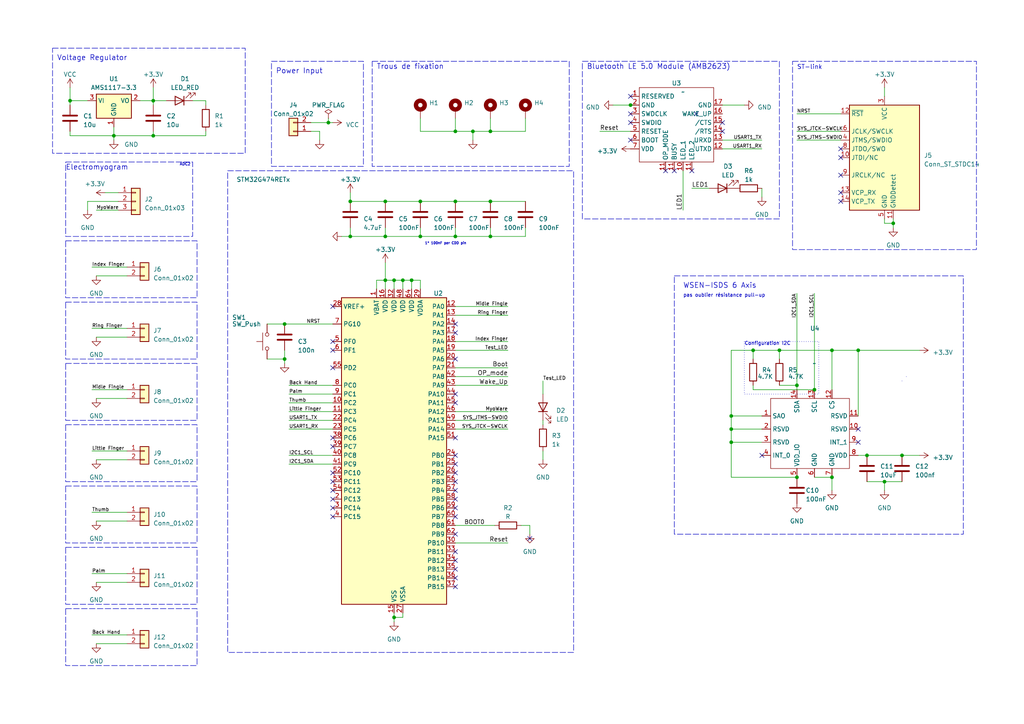
<source format=kicad_sch>
(kicad_sch (version 20230121) (generator eeschema)
  (paper "A4")
  (title_block (title "PCB haptic gloves") (rev "V1") (company "ENSEA"))
  (lib_symbols
    (symbol "Connector:Conn_ST_STDC14"
      (property "Reference" "J" (at -8.89 16.51 0))
      (property "Value" "Conn_ST_STDC14" (at 17.78 16.51 0))
      (symbol "Conn_ST_STDC14_0_1"
        (rectangle (start -10.16 15.24) (end 10.16 -15.24) (stroke (width 0.254)) (fill (type background)))
      )
      (symbol "Conn_ST_STDC14_1_1"
        (pin no_connect line (at -10.16 5.08 0) (length 2.54) hide (name "NC") (number "1"))
        (pin output line (at 12.7 0 180) (length 2.54) (name "JTDI/NC") (number "10"))
        (pin passive line (at -2.54 -17.78 90) (length 2.54) (name "GNDDetect") (number "11"))
        (pin open_collector line (at 12.7 12.7 180) (length 2.54) (name "~{RST}") (number "12"))
        (pin output line (at 12.7 -10.16 180) (length 2.54) (name "VCP_RX") (number "13"))
        (pin input line (at 12.7 -12.7 180) (length 2.54) (name "VCP_TX") (number "14"))
        (pin no_connect line (at -10.16 2.54 0) (length 2.54) hide (name "NC") (number "2"))
        (pin power_in line (at 0 17.78 270) (length 2.54) (name "VCC") (number "3"))
        (pin bidirectional line (at 12.7 5.08 180) (length 2.54) (name "JTMS/SWDIO") (number "4"))
        (pin power_in line (at 0 -17.78 90) (length 2.54) (name "GND") (number "5"))
        (pin output line (at 12.7 7.62 180) (length 2.54) (name "JCLK/SWCLK") (number "6"))
        (pin passive line (at 0 -17.78 90) (length 2.54) hide (name "GND") (number "7"))
        (pin input line (at 12.7 2.54 180) (length 2.54) (name "JTDO/SWO") (number "8"))
        (pin input line (at 12.7 -5.08 180) (length 2.54) (name "JRCLK/NC") (number "9"))
      )
    )
    (symbol "Connector_Generic:Conn_01x02" (pin_names (offset 1.016) hide)
      (property "Reference" "J" (at 0 2.54 0))
      (property "Value" "Conn_01x02" (at 0 -5.08 0))
      (symbol "Conn_01x02_1_1"
        (rectangle (start -1.27 -2.413) (end 0 -2.667) (stroke (width 0.1524)))
        (rectangle (start -1.27 0.127) (end 0 -0.127) (stroke (width 0.1524)))
        (rectangle (start -1.27 1.27) (end 1.27 -3.81) (stroke (width 0.254)) (fill (type background)))
        (pin passive line (at -5.08 0 0) (length 3.81) (name "Pin_1") (number "1"))
        (pin passive line (at -5.08 -2.54 0) (length 3.81) (name "Pin_2") (number "2"))
      )
    )
    (symbol "Connector_Generic:Conn_01x03" (pin_names (offset 1.016) hide)
      (property "Reference" "J" (at 0 5.08 0))
      (property "Value" "Conn_01x03" (at 0 -5.08 0))
      (symbol "Conn_01x03_1_1"
        (rectangle (start -1.27 -2.413) (end 0 -2.667) (stroke (width 0.1524)))
        (rectangle (start -1.27 0.127) (end 0 -0.127) (stroke (width 0.1524)))
        (rectangle (start -1.27 2.667) (end 0 2.413) (stroke (width 0.1524)))
        (rectangle (start -1.27 3.81) (end 1.27 -3.81) (stroke (width 0.254)) (fill (type background)))
        (pin passive line (at -5.08 2.54 0) (length 3.81) (name "Pin_1") (number "1"))
        (pin passive line (at -5.08 0 0) (length 3.81) (name "Pin_2") (number "2"))
        (pin passive line (at -5.08 -2.54 0) (length 3.81) (name "Pin_3") (number "3"))
      )
    )
    (symbol "Device:C" (pin_numbers hide) (pin_names (offset 0.254))
      (property "Reference" "C" (at 0.635 2.54 0))
      (property "Value" "C" (at 0.635 -2.54 0))
      (symbol "C_0_1"
        (polyline (pts (xy -2.032 -0.762) (xy 2.032 -0.762)) (stroke (width 0.508)))
        (polyline (pts (xy -2.032 0.762) (xy 2.032 0.762)) (stroke (width 0.508)))
      )
      (symbol "C_1_1"
        (pin passive line (at 0 3.81 270) (length 2.794) (name "~") (number "1"))
        (pin passive line (at 0 -3.81 90) (length 2.794) (name "~") (number "2"))
      )
    )
    (symbol "Device:LED" (pin_numbers hide) (pin_names (offset 1.016) hide)
      (property "Reference" "D" (at 0 2.54 0))
      (property "Value" "LED" (at 0 -2.54 0))
      (symbol "LED_0_1"
        (polyline (pts (xy -1.27 -1.27) (xy -1.27 1.27)) (stroke (width 0.254)))
        (polyline (pts (xy -1.27 0) (xy 1.27 0)))
        (polyline (pts (xy 1.27 -1.27) (xy 1.27 1.27) (xy -1.27 0) (xy 1.27 -1.27)) (stroke (width 0.254)))
        (polyline (pts (xy -3.048 -0.762) (xy -4.572 -2.286) (xy -3.81 -2.286) (xy -4.572 -2.286) (xy -4.572 -1.524)))
        (polyline (pts (xy -1.778 -0.762) (xy -3.302 -2.286) (xy -2.54 -2.286) (xy -3.302 -2.286) (xy -3.302 -1.524)))
      )
      (symbol "LED_1_1"
        (pin passive line (at -3.81 0 0) (length 2.54) (name "K") (number "1"))
        (pin passive line (at 3.81 0 180) (length 2.54) (name "A") (number "2"))
      )
    )
    (symbol "Device:R" (pin_numbers hide) (pin_names (offset 0))
      (property "Reference" "R" (at 2.032 0 90))
      (property "Value" "R" (at 0 0 90))
      (symbol "R_0_1"
        (rectangle (start -1.016 -2.54) (end 1.016 2.54) (stroke (width 0.254)))
      )
      (symbol "R_1_1"
        (pin passive line (at 0 3.81 270) (length 1.27) (name "~") (number "1"))
        (pin passive line (at 0 -3.81 90) (length 1.27) (name "~") (number "2"))
      )
    )
    (symbol "MCU_ST_STM32G4:STM32G474RETx"
      (property "Reference" "U" (at -15.24 46.99 0))
      (property "Value" "STM32G474RETx" (at 10.16 46.99 0))
      (symbol "STM32G474RETx_0_1"
        (rectangle (start -15.24 -43.18) (end 15.24 45.72) (stroke (width 0.254)) (fill (type background)))
      )
      (symbol "STM32G474RETx_1_1"
        (pin power_in line (at -5.08 48.26 270) (length 2.54) (name "VBAT") (number "1"))
        (pin bidirectional line (at -17.78 15.24 0) (length 2.54) (name "PC2") (number "10"))
        (pin bidirectional line (at -17.78 12.7 0) (length 2.54) (name "PC3") (number "11"))
        (pin bidirectional line (at 17.78 43.18 180) (length 2.54) (name "PA0") (number "12"))
        (pin bidirectional line (at 17.78 40.64 180) (length 2.54) (name "PA1") (number "13"))
        (pin bidirectional line (at 17.78 38.1 180) (length 2.54) (name "PA2") (number "14"))
        (pin power_in line (at 0 -45.72 90) (length 2.54) (name "VSS") (number "15"))
        (pin power_in line (at -2.54 48.26 270) (length 2.54) (name "VDD") (number "16"))
        (pin bidirectional line (at 17.78 35.56 180) (length 2.54) (name "PA3") (number "17"))
        (pin bidirectional line (at 17.78 33.02 180) (length 2.54) (name "PA4") (number "18"))
        (pin bidirectional line (at 17.78 30.48 180) (length 2.54) (name "PA5") (number "19"))
        (pin bidirectional line (at -17.78 -12.7 0) (length 2.54) (name "PC13") (number "2"))
        (pin bidirectional line (at 17.78 27.94 180) (length 2.54) (name "PA6") (number "20"))
        (pin bidirectional line (at 17.78 25.4 180) (length 2.54) (name "PA7") (number "21"))
        (pin bidirectional line (at -17.78 10.16 0) (length 2.54) (name "PC4") (number "22"))
        (pin bidirectional line (at -17.78 7.62 0) (length 2.54) (name "PC5") (number "23"))
        (pin bidirectional line (at 17.78 0 180) (length 2.54) (name "PB0") (number "24"))
        (pin bidirectional line (at 17.78 -2.54 180) (length 2.54) (name "PB1") (number "25"))
        (pin bidirectional line (at 17.78 -5.08 180) (length 2.54) (name "PB2") (number "26"))
        (pin power_in line (at 2.54 -45.72 90) (length 2.54) (name "VSSA") (number "27"))
        (pin input line (at -17.78 43.18 0) (length 2.54) (name "VREF+") (number "28"))
        (pin power_in line (at 7.62 48.26 270) (length 2.54) (name "VDDA") (number "29"))
        (pin bidirectional line (at -17.78 -15.24 0) (length 2.54) (name "PC14") (number "3"))
        (pin bidirectional line (at 17.78 -25.4 180) (length 2.54) (name "PB10") (number "30"))
        (pin passive line (at 0 -45.72 90) (length 2.54) hide (name "VSS") (number "31"))
        (pin power_in line (at 0 48.26 270) (length 2.54) (name "VDD") (number "32"))
        (pin bidirectional line (at 17.78 -27.94 180) (length 2.54) (name "PB11") (number "33"))
        (pin bidirectional line (at 17.78 -30.48 180) (length 2.54) (name "PB12") (number "34"))
        (pin bidirectional line (at 17.78 -33.02 180) (length 2.54) (name "PB13") (number "35"))
        (pin bidirectional line (at 17.78 -35.56 180) (length 2.54) (name "PB14") (number "36"))
        (pin bidirectional line (at 17.78 -38.1 180) (length 2.54) (name "PB15") (number "37"))
        (pin bidirectional line (at -17.78 5.08 0) (length 2.54) (name "PC6") (number "38"))
        (pin bidirectional line (at -17.78 2.54 0) (length 2.54) (name "PC7") (number "39"))
        (pin bidirectional line (at -17.78 -17.78 0) (length 2.54) (name "PC15") (number "4"))
        (pin bidirectional line (at -17.78 0 0) (length 2.54) (name "PC8") (number "40"))
        (pin bidirectional line (at -17.78 -2.54 0) (length 2.54) (name "PC9") (number "41"))
        (pin bidirectional line (at 17.78 22.86 180) (length 2.54) (name "PA8") (number "42"))
        (pin bidirectional line (at 17.78 20.32 180) (length 2.54) (name "PA9") (number "43"))
        (pin bidirectional line (at 17.78 17.78 180) (length 2.54) (name "PA10") (number "44"))
        (pin bidirectional line (at 17.78 15.24 180) (length 2.54) (name "PA11") (number "45"))
        (pin bidirectional line (at 17.78 12.7 180) (length 2.54) (name "PA12") (number "46"))
        (pin passive line (at 0 -45.72 90) (length 2.54) hide (name "VSS") (number "47"))
        (pin power_in line (at 2.54 48.26 270) (length 2.54) (name "VDD") (number "48"))
        (pin bidirectional line (at 17.78 10.16 180) (length 2.54) (name "PA13") (number "49"))
        (pin bidirectional line (at -17.78 33.02 0) (length 2.54) (name "PF0") (number "5"))
        (pin bidirectional line (at 17.78 7.62 180) (length 2.54) (name "PA14") (number "50"))
        (pin bidirectional line (at 17.78 5.08 180) (length 2.54) (name "PA15") (number "51"))
        (pin bidirectional line (at -17.78 -5.08 0) (length 2.54) (name "PC10") (number "52"))
        (pin bidirectional line (at -17.78 -7.62 0) (length 2.54) (name "PC11") (number "53"))
        (pin bidirectional line (at -17.78 -10.16 0) (length 2.54) (name "PC12") (number "54"))
        (pin bidirectional line (at -17.78 25.4 0) (length 2.54) (name "PD2") (number "55"))
        (pin bidirectional line (at 17.78 -7.62 180) (length 2.54) (name "PB3") (number "56"))
        (pin bidirectional line (at 17.78 -10.16 180) (length 2.54) (name "PB4") (number "57"))
        (pin bidirectional line (at 17.78 -12.7 180) (length 2.54) (name "PB5") (number "58"))
        (pin bidirectional line (at 17.78 -15.24 180) (length 2.54) (name "PB6") (number "59"))
        (pin bidirectional line (at -17.78 30.48 0) (length 2.54) (name "PF1") (number "6"))
        (pin bidirectional line (at 17.78 -17.78 180) (length 2.54) (name "PB7") (number "60"))
        (pin bidirectional line (at 17.78 -20.32 180) (length 2.54) (name "PB8") (number "61"))
        (pin bidirectional line (at 17.78 -22.86 180) (length 2.54) (name "PB9") (number "62"))
        (pin passive line (at 0 -45.72 90) (length 2.54) hide (name "VSS") (number "63"))
        (pin power_in line (at 5.08 48.26 270) (length 2.54) (name "VDD") (number "64"))
        (pin bidirectional line (at -17.78 38.1 0) (length 2.54) (name "PG10") (number "7"))
        (pin bidirectional line (at -17.78 20.32 0) (length 2.54) (name "PC0") (number "8"))
        (pin bidirectional line (at -17.78 17.78 0) (length 2.54) (name "PC1") (number "9"))
      )
    )
    (symbol "Mechanical:MountingHole_Pad" (pin_numbers hide) (pin_names (offset 1.016) hide)
      (property "Reference" "H" (at 0 6.35 0))
      (property "Value" "MountingHole_Pad" (at 0 4.445 0))
      (symbol "MountingHole_Pad_0_1"
        (circle (center 0 1.27) (radius 1.27) (stroke (width 1.27)))
      )
      (symbol "MountingHole_Pad_1_1"
        (pin input line (at 0 -2.54 90) (length 2.54) (name "1") (number "1"))
      )
    )
    (symbol "Mes_symboles:IMU_projet"
      (property "Reference" "U4" (at -1.27 10.16 0))
      (property "Value" "~" (at 0 0 0))
      (symbol "IMU_projet_0_1"
        (rectangle (start -12.7 -10.16) (end 10.16 -30.48))
      )
      (symbol "IMU_projet_1_1"
        (pin input line (at -15.24 -15.24 0) (length 2.54) (name "SAO") (number "1"))
        (pin input line (at 12.7 -19.05 180) (length 2.54) (name "RSVD") (number "10"))
        (pin input line (at 12.7 -15.24 180) (length 2.54) (name "RSVD") (number "11"))
        (pin input line (at 5.08 -7.62 270) (length 2.54) (name "CS") (number "12"))
        (pin input line (at 0 -7.62 270) (length 2.54) (name "SCL") (number "13"))
        (pin input line (at -5.08 -7.62 270) (length 2.54) (name "SDA") (number "14"))
        (pin input line (at -15.24 -19.05 0) (length 2.54) (name "RSVD") (number "2"))
        (pin input line (at -15.24 -22.86 0) (length 2.54) (name "RSVD") (number "3"))
        (pin input line (at -15.24 -26.67 0) (length 2.54) (name "INT_0") (number "4"))
        (pin input line (at -5.08 -33.02 90) (length 2.54) (name "VDD_IO") (number "5"))
        (pin input line (at 0 -33.02 90) (length 2.54) (name "GND") (number "6"))
        (pin input line (at 5.08 -33.02 90) (length 2.54) (name "GND") (number "7"))
        (pin input line (at 12.7 -26.67 180) (length 2.54) (name "VDD") (number "8"))
        (pin input line (at 12.7 -22.86 180) (length 2.54) (name "INT_1") (number "9"))
      )
    )
    (symbol "Mes_symboles:Proteus_2"
      (property "Reference" "U" (at 0 3.81 0))
      (symbol "Proteus_2_0_1"
        (rectangle (start -11.43 0) (end 10.16 -21.59))
      )
      (symbol "Proteus_2_1_1"
        (pin input line (at -13.97 -2.54 0) (length 2.54) (name "RESERVED") (number "1"))
        (pin input line (at 1.27 -24.13 90) (length 2.54) (name "LED_1") (number "10"))
        (pin input line (at -1.27 -24.13 90) (length 2.54) (name "BUSY") (number "11"))
        (pin input line (at 3.81 -24.13 90) (length 2.54) (name "LED_2") (number "11"))
        (pin input line (at -3.81 -24.13 90) (length 2.54) (name "OP_MODE") (number "11"))
        (pin input line (at 12.7 -17.78 180) (length 2.54) (name "UTXD") (number "12"))
        (pin input line (at 12.7 -15.24 180) (length 2.54) (name "URXD") (number "13"))
        (pin input line (at 12.7 -12.7 180) (length 2.54) (name "/RTS") (number "14"))
        (pin input line (at 12.7 -10.16 180) (length 2.54) (name "/CTS") (number "15"))
        (pin input line (at 12.7 -7.62 180) (length 2.54) (name "WAKE_UP") (number "16"))
        (pin input line (at 12.7 -5.08 180) (length 2.54) (name "GND") (number "17"))
        (pin input line (at -13.97 -5.08 0) (length 2.54) (name "GND") (number "2"))
        (pin input line (at -13.97 -7.62 0) (length 2.54) (name "SWDCLK") (number "3"))
        (pin input line (at -13.97 -10.16 0) (length 2.54) (name "SWDIO") (number "4"))
        (pin input line (at -13.97 -12.7 0) (length 2.54) (name "RESET") (number "5"))
        (pin input line (at -13.97 -15.24 0) (length 2.54) (name "BOOT") (number "6"))
        (pin input line (at -13.97 -17.78 0) (length 2.54) (name "VDD") (number "7"))
      )
    )
    (symbol "Regulator_Linear:AMS1117-3.3"
      (property "Reference" "U" (at -3.81 3.175 0))
      (property "Value" "AMS1117-3.3" (at 0 3.175 0))
      (symbol "AMS1117-3.3_0_1"
        (rectangle (start -5.08 -5.08) (end 5.08 1.905) (stroke (width 0.254)) (fill (type background)))
      )
      (symbol "AMS1117-3.3_1_1"
        (pin power_in line (at 0 -7.62 90) (length 2.54) (name "GND") (number "1"))
        (pin power_out line (at 7.62 0 180) (length 2.54) (name "VO") (number "2"))
        (pin power_in line (at -7.62 0 0) (length 2.54) (name "VI") (number "3"))
      )
    )
    (symbol "Switch:SW_Push" (pin_numbers hide) (pin_names (offset 1.016) hide)
      (property "Reference" "SW" (at 1.27 2.54 0))
      (property "Value" "SW_Push" (at 0 -1.524 0))
      (symbol "SW_Push_0_1"
        (circle (center -2.032 0) (radius 0.508))
        (polyline (pts (xy 0 1.27) (xy 0 3.048)))
        (polyline (pts (xy 2.54 1.27) (xy -2.54 1.27)))
        (circle (center 2.032 0) (radius 0.508))
        (pin passive line (at -5.08 0 0) (length 2.54) (name "1") (number "1"))
        (pin passive line (at 5.08 0 180) (length 2.54) (name "2") (number "2"))
      )
    )
    (symbol "power:+3.3V" (power) (pin_names (offset 0))
      (property "Value" "+3.3V" (at 0 3.556 0))
      (symbol "+3.3V_0_1"
        (polyline (pts (xy -0.762 1.27) (xy 0 2.54)))
        (polyline (pts (xy 0 0) (xy 0 2.54)))
        (polyline (pts (xy 0 2.54) (xy 0.762 1.27)))
      )
      (symbol "+3.3V_1_1"
        (pin power_in line (at 0 0 90) (length 0) hide (name "+3.3V") (number "1"))
      )
    )
    (symbol "power:GND" (power) (pin_names (offset 0))
      (property "Value" "GND" (at 0 -3.81 0))
      (symbol "GND_0_1"
        (polyline (pts (xy 0 0) (xy 0 -1.27) (xy 1.27 -1.27) (xy 0 -2.54) (xy -1.27 -1.27) (xy 0 -1.27)))
      )
      (symbol "GND_1_1"
        (pin power_in line (at 0 0 270) (length 0) hide (name "GND") (number "1"))
      )
    )
    (symbol "power:PWR_FLAG" (power) (pin_numbers hide) (pin_names (offset 0) hide)
      (property "Value" "PWR_FLAG" (at 0 3.81 0))
      (symbol "PWR_FLAG_0_0"
        (pin power_out line (at 0 0 90) (length 0) (name "pwr") (number "1"))
      )
      (symbol "PWR_FLAG_0_1"
        (polyline (pts (xy 0 0) (xy 0 1.27) (xy -1.016 1.905) (xy 0 2.54) (xy 1.016 1.905) (xy 0 1.27)))
      )
    )
    (symbol "power:VCC" (power) (pin_names (offset 0))
      (property "Value" "VCC" (at 0 3.81 0))
      (symbol "VCC_0_1"
        (polyline (pts (xy -0.762 1.27) (xy 0 2.54)))
        (polyline (pts (xy 0 0) (xy 0 2.54)))
        (polyline (pts (xy 0 2.54) (xy 0.762 1.27)))
      )
      (symbol "VCC_1_1"
        (pin power_in line (at 0 0 90) (length 0) hide (name "VCC") (number "1"))
      )
    )
  )
  (junction (at 20.32 29.21))
  (junction (at 142.24 38.1))
  (junction (at 218.44 101.6))
  (junction (at 261.62 132.08))
  (junction (at 241.3 138.43))
  (junction (at 82.55 93.98))
  (junction (at 251.46 132.08))
  (junction (at 132.08 68.58))
  (junction (at 248.92 101.6))
  (junction (at 241.3 101.6))
  (junction (at 44.45 39.37))
  (junction (at 111.76 58.42))
  (junction (at 259.08 64.77))
  (junction (at 101.6 58.42))
  (junction (at 142.24 58.42))
  (junction (at 95.25 35.56))
  (junction (at 132.08 58.42))
  (junction (at 212.09 128.27))
  (junction (at 142.24 68.58))
  (junction (at 212.09 120.65))
  (junction (at 256.54 139.7))
  (junction (at 226.06 101.6))
  (junction (at 33.02 39.37))
  (junction (at 212.09 124.46))
  (junction (at 236.22 113.03))
  (junction (at 111.76 81.28))
  (junction (at 114.3 179.07))
  (junction (at 182.88 30.48))
  (junction (at 121.92 68.58))
  (junction (at 101.6 68.58))
  (junction (at 116.84 81.28))
  (junction (at 44.45 29.21))
  (junction (at 82.55 104.14))
  (junction (at 121.92 58.42))
  (junction (at 137.16 38.1))
  (junction (at 231.14 138.43))
  (junction (at 231.14 111.76))
  (junction (at 111.76 68.58))
  (junction (at 119.38 81.28))
  (junction (at 114.3 81.28))
  (junction (at 132.08 38.1))
  (no_connect (at 132.08 142.24))
  (no_connect (at 132.08 127))
  (no_connect (at 243.84 45.72))
  (no_connect (at 96.52 147.32))
  (no_connect (at 96.52 127))
  (no_connect (at 220.98 132.08))
  (no_connect (at 195.58 49.53))
  (no_connect (at 132.08 154.94))
  (no_connect (at 132.08 137.16))
  (no_connect (at 358.14 33.02))
  (no_connect (at 182.88 40.64))
  (no_connect (at 132.08 160.02))
  (no_connect (at 132.08 149.86))
  (no_connect (at 96.52 142.24))
  (no_connect (at 132.08 139.7))
  (no_connect (at 193.04 49.53))
  (no_connect (at 132.08 104.14))
  (no_connect (at 182.88 33.02))
  (no_connect (at 132.08 162.56))
  (no_connect (at 96.52 144.78))
  (no_connect (at 243.84 55.88))
  (no_connect (at 132.08 114.3))
  (no_connect (at 132.08 134.62))
  (no_connect (at 132.08 170.18))
  (no_connect (at 96.52 106.68))
  (no_connect (at 182.88 27.94))
  (no_connect (at 96.52 139.7))
  (no_connect (at 200.66 49.53))
  (no_connect (at 96.52 99.06))
  (no_connect (at 132.08 116.84))
  (no_connect (at 153.67 156.21))
  (no_connect (at 132.08 96.52))
  (no_connect (at 132.08 144.78))
  (no_connect (at 209.55 35.56))
  (no_connect (at 132.08 165.1))
  (no_connect (at 132.08 93.98))
  (no_connect (at 132.08 147.32))
  (no_connect (at 132.08 167.64))
  (no_connect (at 209.55 38.1))
  (no_connect (at 243.84 58.42))
  (no_connect (at 96.52 88.9))
  (no_connect (at 243.84 50.8))
  (no_connect (at 96.52 137.16))
  (no_connect (at 96.52 129.54))
  (no_connect (at 182.88 35.56))
  (no_connect (at 96.52 149.86))
  (no_connect (at 248.92 128.27))
  (no_connect (at 248.92 124.46))
  (no_connect (at 132.08 132.08))
  (no_connect (at 243.84 43.18))
  (no_connect (at 201.93 33.02))
  (no_connect (at 96.52 101.6))
  (wire (pts (xy 177.8 30.48) (xy 182.88 30.48)))
  (wire (pts (xy 157.48 110.49) (xy 157.48 114.3)))
  (wire (pts (xy 59.69 29.21) (xy 59.69 30.48)))
  (wire (pts (xy 33.02 39.37) (xy 33.02 40.64)))
  (wire (pts (xy 121.92 68.58) (xy 111.76 68.58)))
  (wire (pts (xy 132.08 68.58) (xy 121.92 68.58)))
  (wire (pts (xy 82.55 104.14) (xy 77.47 104.14)))
  (wire (pts (xy 116.84 81.28) (xy 114.3 81.28)))
  (wire (pts (xy 111.76 68.58) (xy 101.6 68.58)))
  (wire (pts (xy 132.08 66.04) (xy 132.08 68.58)))
  (wire (pts (xy 137.16 38.1) (xy 137.16 40.64)))
  (wire (pts (xy 173.99 38.1) (xy 182.88 38.1)))
  (wire (pts (xy 231.14 40.64) (xy 243.84 40.64)))
  (wire (pts (xy 27.94 133.35) (xy 36.83 133.35)))
  (wire (pts (xy 231.14 113.03) (xy 231.14 111.76)))
  (wire (pts (xy 26.67 77.47) (xy 36.83 77.47)))
  (wire (pts (xy 116.84 179.07) (xy 114.3 179.07)))
  (wire (pts (xy 27.94 168.91) (xy 36.83 168.91)))
  (wire (pts (xy 121.92 38.1) (xy 132.08 38.1)))
  (wire (pts (xy 256.54 142.24) (xy 256.54 139.7)))
  (wire (pts (xy 200.66 54.61) (xy 205.74 54.61)))
  (wire (pts (xy 231.14 138.43) (xy 212.09 138.43)))
  (wire (pts (xy 121.92 34.29) (xy 121.92 38.1)))
  (wire (pts (xy 20.32 25.4) (xy 20.32 29.21)))
  (wire (pts (xy 142.24 38.1) (xy 152.4 38.1)))
  (wire (pts (xy 27.94 80.01) (xy 36.83 80.01)))
  (wire (pts (xy 83.82 121.92) (xy 96.52 121.92)))
  (wire (pts (xy 109.22 83.82) (xy 109.22 81.28)))
  (wire (pts (xy 142.24 66.04) (xy 142.24 68.58)))
  (wire (pts (xy 241.3 142.24) (xy 241.3 138.43)))
  (wire (pts (xy 95.25 35.56) (xy 96.52 35.56)))
  (wire (pts (xy 218.44 113.03) (xy 236.22 113.03)))
  (wire (pts (xy 231.14 33.02) (xy 243.84 33.02)))
  (wire (pts (xy 26.67 184.15) (xy 36.83 184.15)))
  (wire (pts (xy 248.92 101.6) (xy 241.3 101.6)))
  (wire (pts (xy 82.55 104.14) (xy 82.55 105.41)))
  (wire (pts (xy 153.67 152.4) (xy 151.13 152.4)))
  (wire (pts (xy 114.3 81.28) (xy 114.3 83.82)))
  (wire (pts (xy 119.38 81.28) (xy 116.84 81.28)))
  (wire (pts (xy 114.3 81.28) (xy 111.76 81.28)))
  (wire (pts (xy 25.4 29.21) (xy 20.32 29.21)))
  (wire (pts (xy 212.09 128.27) (xy 212.09 124.46)))
  (wire (pts (xy 109.22 81.28) (xy 111.76 81.28)))
  (wire (pts (xy 111.76 58.42) (xy 121.92 58.42)))
  (wire (pts (xy 212.09 124.46) (xy 212.09 120.65)))
  (wire (pts (xy 26.67 113.03) (xy 36.83 113.03)))
  (wire (pts (xy 111.76 81.28) (xy 111.76 76.2)))
  (wire (pts (xy 111.76 66.04) (xy 111.76 68.58)))
  (wire (pts (xy 157.48 121.92) (xy 157.48 123.19)))
  (wire (pts (xy 27.94 97.79) (xy 36.83 97.79)))
  (wire (pts (xy 256.54 64.77) (xy 259.08 64.77)))
  (wire (pts (xy 44.45 29.21) (xy 44.45 30.48)))
  (wire (pts (xy 116.84 81.28) (xy 116.84 83.82)))
  (wire (pts (xy 101.6 66.04) (xy 101.6 68.58)))
  (wire (pts (xy 231.14 85.09) (xy 231.14 111.76)))
  (wire (pts (xy 83.82 111.76) (xy 96.52 111.76)))
  (wire (pts (xy 209.55 43.18) (xy 220.98 43.18)))
  (wire (pts (xy 132.08 157.48) (xy 147.32 157.48)))
  (wire (pts (xy 132.08 58.42) (xy 142.24 58.42)))
  (wire (pts (xy 256.54 25.4) (xy 256.54 27.94)))
  (wire (pts (xy 114.3 179.07) (xy 114.3 180.34)))
  (wire (pts (xy 153.67 154.94) (xy 153.67 152.4)))
  (wire (pts (xy 261.62 132.08) (xy 251.46 132.08)))
  (wire (pts (xy 231.14 38.1) (xy 243.84 38.1)))
  (wire (pts (xy 82.55 101.6) (xy 82.55 104.14)))
  (wire (pts (xy 248.92 132.08) (xy 251.46 132.08)))
  (wire (pts (xy 83.82 124.46) (xy 96.52 124.46)))
  (wire (pts (xy 30.48 55.88) (xy 34.29 55.88)))
  (wire (pts (xy 266.7 101.6) (xy 248.92 101.6)))
  (wire (pts (xy 20.32 29.21) (xy 20.32 30.48)))
  (wire (pts (xy 259.08 64.77) (xy 259.08 66.04)))
  (wire (pts (xy 248.92 120.65) (xy 248.92 101.6)))
  (wire (pts (xy 101.6 58.42) (xy 111.76 58.42)))
  (wire (pts (xy 184.15 30.48) (xy 182.88 30.48)))
  (wire (pts (xy 33.02 39.37) (xy 44.45 39.37)))
  (wire (pts (xy 132.08 88.9) (xy 147.32 88.9)))
  (wire (pts (xy 27.94 151.13) (xy 36.83 151.13)))
  (wire (pts (xy 259.08 63.5) (xy 259.08 64.77)))
  (wire (pts (xy 111.76 81.28) (xy 111.76 83.82)))
  (wire (pts (xy 27.94 115.57) (xy 36.83 115.57)))
  (wire (pts (xy 142.24 58.42) (xy 152.4 58.42)))
  (wire (pts (xy 209.55 30.48) (xy 215.9 30.48)))
  (wire (pts (xy 55.88 29.21) (xy 59.69 29.21)))
  (wire (pts (xy 90.17 38.1) (xy 92.71 38.1)))
  (wire (pts (xy 132.08 119.38) (xy 147.32 119.38)))
  (wire (pts (xy 152.4 66.04) (xy 152.4 68.58)))
  (wire (pts (xy 220.98 124.46) (xy 212.09 124.46)))
  (wire (pts (xy 121.92 81.28) (xy 119.38 81.28)))
  (wire (pts (xy 198.12 49.53) (xy 198.12 60.96)))
  (wire (pts (xy 261.62 132.08) (xy 266.7 132.08)))
  (wire (pts (xy 152.4 34.29) (xy 152.4 38.1)))
  (wire (pts (xy 241.3 101.6) (xy 226.06 101.6)))
  (wire (pts (xy 209.55 40.64) (xy 220.98 40.64)))
  (wire (pts (xy 90.17 35.56) (xy 95.25 35.56)))
  (wire (pts (xy 121.92 58.42) (xy 132.08 58.42)))
  (wire (pts (xy 114.3 177.8) (xy 114.3 179.07)))
  (wire (pts (xy 212.09 138.43) (xy 212.09 128.27)))
  (wire (pts (xy 132.08 99.06) (xy 147.32 99.06)))
  (wire (pts (xy 142.24 34.29) (xy 142.24 38.1)))
  (wire (pts (xy 77.47 93.98) (xy 82.55 93.98)))
  (wire (pts (xy 132.08 124.46) (xy 147.32 124.46)))
  (wire (pts (xy 132.08 34.29) (xy 132.08 38.1)))
  (wire (pts (xy 220.98 120.65) (xy 212.09 120.65)))
  (wire (pts (xy 121.92 66.04) (xy 121.92 68.58)))
  (wire (pts (xy 27.94 186.69) (xy 36.83 186.69)))
  (wire (pts (xy 256.54 63.5) (xy 256.54 64.77)))
  (wire (pts (xy 25.4 58.42) (xy 34.29 58.42)))
  (wire (pts (xy 83.82 119.38) (xy 96.52 119.38)))
  (wire (pts (xy 241.3 113.03) (xy 241.3 101.6)))
  (wire (pts (xy 236.22 138.43) (xy 241.3 138.43)))
  (wire (pts (xy 44.45 29.21) (xy 48.26 29.21)))
  (wire (pts (xy 83.82 134.62) (xy 96.52 134.62)))
  (wire (pts (xy 27.94 60.96) (xy 34.29 60.96)))
  (wire (pts (xy 142.24 68.58) (xy 132.08 68.58)))
  (wire (pts (xy 119.38 81.28) (xy 119.38 83.82)))
  (wire (pts (xy 132.08 121.92) (xy 147.32 121.92)))
  (wire (pts (xy 218.44 101.6) (xy 218.44 104.14)))
  (wire (pts (xy 152.4 68.58) (xy 142.24 68.58)))
  (wire (pts (xy 44.45 38.1) (xy 44.45 39.37)))
  (wire (pts (xy 157.48 130.81) (xy 157.48 133.35)))
  (wire (pts (xy 82.55 93.98) (xy 96.52 93.98)))
  (wire (pts (xy 220.98 128.27) (xy 212.09 128.27)))
  (wire (pts (xy 121.92 83.82) (xy 121.92 81.28)))
  (wire (pts (xy 226.06 101.6) (xy 218.44 101.6)))
  (wire (pts (xy 83.82 114.3) (xy 96.52 114.3)))
  (wire (pts (xy 256.54 139.7) (xy 261.62 139.7)))
  (wire (pts (xy 101.6 55.88) (xy 101.6 58.42)))
  (wire (pts (xy 26.67 166.37) (xy 36.83 166.37)))
  (wire (pts (xy 59.69 38.1) (xy 59.69 39.37)))
  (wire (pts (xy 83.82 116.84) (xy 96.52 116.84)))
  (wire (pts (xy 20.32 39.37) (xy 20.32 38.1)))
  (wire (pts (xy 59.69 39.37) (xy 44.45 39.37)))
  (wire (pts (xy 132.08 152.4) (xy 143.51 152.4)))
  (wire (pts (xy 220.98 54.61) (xy 220.98 57.15)))
  (wire (pts (xy 92.71 38.1) (xy 92.71 40.64)))
  (wire (pts (xy 116.84 177.8) (xy 116.84 179.07)))
  (wire (pts (xy 40.64 29.21) (xy 44.45 29.21)))
  (wire (pts (xy 99.06 68.58) (xy 101.6 68.58)))
  (wire (pts (xy 137.16 38.1) (xy 142.24 38.1)))
  (wire (pts (xy 132.08 111.76) (xy 147.32 111.76)))
  (wire (pts (xy 212.09 101.6) (xy 218.44 101.6)))
  (wire (pts (xy 25.4 60.96) (xy 25.4 58.42)))
  (wire (pts (xy 26.67 95.25) (xy 36.83 95.25)))
  (wire (pts (xy 226.06 111.76) (xy 231.14 111.76)))
  (wire (pts (xy 20.32 39.37) (xy 33.02 39.37)))
  (wire (pts (xy 132.08 91.44) (xy 147.32 91.44)))
  (wire (pts (xy 132.08 109.22) (xy 147.32 109.22)))
  (wire (pts (xy 132.08 106.68) (xy 147.32 106.68)))
  (wire (pts (xy 26.67 130.81) (xy 36.83 130.81)))
  (wire (pts (xy 26.67 148.59) (xy 36.83 148.59)))
  (wire (pts (xy 132.08 101.6) (xy 147.32 101.6)))
  (wire (pts (xy 226.06 104.14) (xy 226.06 101.6)))
  (wire (pts (xy 218.44 111.76) (xy 218.44 113.03)))
  (wire (pts (xy 212.09 120.65) (xy 212.09 101.6)))
  (wire (pts (xy 132.08 38.1) (xy 137.16 38.1)))
  (wire (pts (xy 33.02 36.83) (xy 33.02 39.37)))
  (wire (pts (xy 236.22 85.09) (xy 236.22 113.03)))
  (wire (pts (xy 44.45 25.4) (xy 44.45 29.21)))
  (wire (pts (xy 83.82 132.08) (xy 96.52 132.08)))
  (wire (pts (xy 251.46 139.7) (xy 256.54 139.7)))
  (wire (pts (xy 95.25 34.29) (xy 95.25 35.56)))
  (rectangle (start 195.58 80.01) (end 279.4 154.94) (stroke (width 0) (type dash)))
  (rectangle (start 19.05 69.85) (end 57.15 86.36) (stroke (width 0) (type dash)))
  (rectangle (start 107.95 17.78) (end 165.1 48.26) (stroke (width 0) (type dash)))
  (rectangle (start 78.74 17.78) (end 105.41 48.26) (stroke (width 0) (type dash)))
  (rectangle (start 19.05 158.75) (end 57.15 175.26) (stroke (width 0) (type dash)))
  (rectangle (start 66.04 49.53) (end 166.37 189.23) (stroke (width 0) (type dash)))
  (rectangle (start 168.91 17.78) (end 226.06 63.5) (stroke (width 0) (type dash)))
  (rectangle (start 19.05 105.41) (end 57.15 121.92) (stroke (width 0) (type dash)))
  (rectangle (start 19.05 87.63) (end 57.15 104.14) (stroke (width 0) (type dash)))
  (rectangle (start 261.62 110.49) (end 261.62 110.49))
  (rectangle (start 15.24 13.97) (end 71.12 44.45) (stroke (width 0) (type dash)))
  (rectangle (start 19.05 176.53) (end 57.15 193.04) (stroke (width 0) (type dash)))
  (rectangle (start 19.05 46.99) (end 55.88 68.58) (stroke (width 0) (type dash)))
  (rectangle (start 215.9 99.06) (end 237.49 114.3) (stroke (width 0) (type dot)))
  (rectangle (start 262.89 109.22) (end 262.89 109.22))
  (rectangle (start 19.05 123.19) (end 57.15 139.7) (stroke (width 0) (type dash)))
  (rectangle (start 229.87 17.78) (end 283.21 72.39) (stroke (width 0) (type dash)))
  (rectangle (start 19.05 140.97) (end 57.15 157.48) (stroke (width 0) (type dash)))
  (text "Voltage Regulator" (at 16.51 17.78 0) (effects (font (size 1.5 1.5)) (justify left bottom)))
  (text "1* 100nF per CDD pin" (at 123.19 71.12 0) (effects (font (size 0.7 0.7)) (justify left bottom)))
  (text "Configuration I2C\n" (at 215.9 100.33 0) (effects (font (size 1 1)) (justify left bottom)))
  (text "Trous de fixation" (at 109.22 20.32 0) (effects (font (size 1.5 1.5)) (justify left bottom)))
  (text "ST-link\n" (at 231.14 20.32 0) (effects (font (size 1.27 1.27)) (justify left bottom)))
  (text "pas oublier résistance pull-up" (at 198.12 86.36 0) (effects (font (size 1 1)) (justify left bottom)))
  (text "ADC2" (at 52.07 48.26 0) (effects (font (size 0.8 0.8)) (justify left bottom)))
  (text "WSEN-ISDS 6 Axis" (at 198.12 83.82 0) (effects (font (size 1.5 1.5)) (justify left bottom)))
  (text "Bluetooth LE 5.0 Module (AMB2623)" (at 170.18 20.32 0) (effects (font (size 1.5 1.5)) (justify left bottom)))
  (text "Electromyogram" (at 19.05 49.53 0) (effects (font (size 1.5 1.5)) (justify left bottom)))
  (text "Power Input" (at 80.01 21.59 0) (effects (font (size 1.5 1.5)) (justify left bottom)))
  (label "I2C1_SDA" (at 83.82 134.62 0) (effects (font (size 1 1))))
  (label "Midle Fingle" (at 147.32 88.9 180) (effects (font (size 1 1))))
  (label "Ring Finger" (at 26.67 95.25 0) (effects (font (size 1 1))))
  (label "Index Finger" (at 147.32 99.06 180) (effects (font (size 1 1))))
  (label "Test_LED" (at 157.48 110.49 0) (effects (font (size 1 1))))
  (label "SYS_JTCK-SWCLK" (at 231.14 38.1 0) (effects (font (size 1 1))))
  (label "USART1_RX" (at 220.98 43.18 180) (effects (font (size 1 1))))
  (label "Thumb" (at 83.82 116.84 0) (effects (font (size 1 1))))
  (label "Little Finger" (at 83.82 119.38 0) (effects (font (size 1 1))))
  (label "LED1" (at 200.66 54.61 0))
  (label "Little Finger" (at 26.67 130.81 0) (effects (font (size 1 1))))
  (label "Index Finger" (at 26.67 77.47 0) (effects (font (size 1 1))))
  (label "LED1" (at 198.12 60.96 90))
  (label "Reset" (at 147.32 157.48 180))
  (label "OP_mode" (at 147.32 109.22 180))
  (label "Reset" (at 173.99 38.1 0))
  (label "NRST" (at 231.14 33.02 0) (effects (font (size 1 1))))
  (label "USART1_RX" (at 83.82 124.46 0) (effects (font (size 1 1))))
  (label "BOOT0" (at 134.62 152.4 0) (effects (font (size 1.2 1.2))))
  (label "NRST" (at 88.9 93.98 0) (effects (font (size 1 1))))
  (label "SYS_JTCK-SWCLK" (at 147.32 124.46 180) (effects (font (size 1 1))))
  (label "Test_LED" (at 147.32 101.6 180) (effects (font (size 1 1))))
  (label "SYS_JTMS-SWDIO" (at 147.32 121.92 180) (effects (font (size 1 1))))
  (label "Palm" (at 83.82 114.3 0) (effects (font (size 1 1))))
  (label "MyoWare" (at 147.32 119.38 180) (effects (font (size 1 1))))
  (label "Palm" (at 26.67 166.37 0) (effects (font (size 1 1))))
  (label "Midle Fingle" (at 26.67 113.03 0) (effects (font (size 1 1))))
  (label "Thumb" (at 26.67 148.59 0) (effects (font (size 1 1))))
  (label "Wake_Up" (at 147.32 111.76 180))
  (label "Ring Finger" (at 147.32 91.44 180) (effects (font (size 1 1))))
  (label "I2C1_SDA" (at 231.14 85.09 270) (effects (font (size 1 1))))
  (label "SYS_JTMS-SWDIO" (at 231.14 40.64 0) (effects (font (size 1 1))))
  (label "I2C1_SCL" (at 83.82 132.08 0) (effects (font (size 1 1))))
  (label "USART1_TX" (at 220.98 40.64 180) (effects (font (size 1 1))))
  (label "Back Hand" (at 26.67 184.15 0) (effects (font (size 1 1))))
  (label "Boot" (at 147.32 106.68 180))
  (label "MyoWare" (at 27.94 60.96 0) (effects (font (size 1 1))))
  (label "I2C1_SCL" (at 236.22 85.09 270) (effects (font (size 1 1))))
  (label "USART1_TX" (at 83.82 121.92 0) (effects (font (size 1 1))))
  (label "Back Hand" (at 83.82 111.76 0) (effects (font (size 1 1))))
  (symbol (lib_id "power:GND") (at 231.14 146.05 0) (unit 1)
    (property "Reference" "#PWR017" (effects hide))
    (property "Value" "GND" (at 231.14 151.13 0))
  )
  (symbol (lib_id "power:+3.3V") (at 44.45 25.4 0) (unit 1)
    (property "Reference" "#PWR06" (effects hide))
    (property "Value" "+3.3V" (at 44.45 21.59 0))
  )
  (symbol (lib_id "Device:C") (at 101.6 62.23 0) (unit 1)
    (property "Reference" "C4" (at 105.41 63.5 0) (effects (justify left)))
    (property "Value" "4.7uF" (at 105.41 66.04 0) (effects (justify left)))
    (property "Footprint" "Capacitor_SMD:C_0603_1608Metric_Pad1.08x0.95mm_HandSolder" (effects hide))
  )
  (symbol (lib_id "power:+3.3V") (at 111.76 76.2 0) (unit 1)
    (property "Reference" "#PWR010" (effects hide))
    (property "Value" "+3.3V" (at 111.76 72.39 0))
  )
  (symbol (lib_id "power:+3.3V") (at 266.7 101.6 270) (unit 1)
    (property "Reference" "#PWR022" (effects hide))
    (property "Value" "+3.3V" (at 270.51 102.235 90) (effects (justify left)))
  )
  (symbol (lib_id "Connector:Conn_ST_STDC14") (at 256.54 45.72 0) (mirror y) (unit 1)
    (property "Reference" "J5" (at 267.97 45.085 0) (effects (justify right)))
    (property "Value" "Conn_ST_STDC14" (at 267.97 47.625 0) (effects (justify right)))
    (property "Footprint" "Connector_PinHeader_1.27mm:PinHeader_2x07_P1.27mm_Vertical_SMD" (effects hide))
    (property "Datasheet" "https://www.st.com/content/ccc/resource/technical/document/user_manual/group1/99/49/91/b6/b2/3a/46/e5/DM00526767/files/DM00526767.pdf/jcr:content/translations/en.DM00526767.pdf" (effects hide))
  )
  (symbol (lib_id "power:GND") (at 215.9 30.48 90) (unit 1)
    (property "Reference" "#PWR025" (effects hide))
    (property "Value" "GND" (at 219.71 31.115 90) (effects (justify right)))
  )
  (symbol (lib_id "power:GND") (at 27.94 186.69 0) (unit 1)
    (property "Reference" "#PWR034" (effects hide))
    (property "Value" "GND" (at 27.94 191.77 0))
  )
  (symbol (lib_id "Mechanical:MountingHole_Pad") (at 121.92 31.75 0) (unit 1)
    (property "Reference" "H1" (at 124.46 29.845 0) (effects (justify left)))
    (property "Value" "MountingHole_Pad" (effects hide))
    (property "Footprint" "MountingHole:MountingHole_2.7mm_Pad_Via" (effects hide))
  )
  (symbol (lib_id "power:GND") (at 241.3 142.24 0) (unit 1)
    (property "Reference" "#PWR018" (effects hide))
    (property "Value" "GND" (at 241.3 147.32 0))
  )
  (symbol (lib_id "power:GND") (at 256.54 142.24 0) (unit 1)
    (property "Reference" "#PWR019" (effects hide))
    (property "Value" "GND" (at 256.54 147.32 0))
  )
  (symbol (lib_id "Mechanical:MountingHole_Pad") (at 142.24 31.75 0) (unit 1)
    (property "Reference" "H3" (at 144.78 29.845 0) (effects (justify left)))
    (property "Value" "MountingHole_Pad" (effects hide))
    (property "Footprint" "MountingHole:MountingHole_2.7mm_Pad_Via" (effects hide))
  )
  (symbol (lib_id "power:+3.3V") (at 101.6 55.88 0) (unit 1)
    (property "Reference" "#PWR013" (effects hide))
    (property "Value" "+3.3V" (at 101.6 52.07 0))
  )
  (symbol (lib_id "power:GND") (at 99.06 68.58 270) (unit 1)
    (property "Reference" "#PWR012" (effects hide))
    (property "Value" "GND" (effects hide))
  )
  (symbol (lib_id "power:GND") (at 27.94 151.13 0) (unit 1)
    (property "Reference" "#PWR032" (effects hide))
    (property "Value" "GND" (at 27.94 156.21 0))
  )
  (symbol (lib_id "Connector_Generic:Conn_01x02") (at 41.91 148.59 0) (unit 1)
    (property "Reference" "J10" (at 44.45 149.225 0) (effects (justify left)))
    (property "Value" "Conn_01x02" (at 44.45 151.765 0) (effects (justify left)))
    (property "Footprint" "Connector_JST:JST_XH_S2B-XH-A_1x02_P2.50mm_Horizontal" (effects hide))
  )
  (symbol (lib_id "power:GND") (at 220.98 57.15 0) (unit 1)
    (property "Reference" "#PWR027" (effects hide))
    (property "Value" "GND" (at 220.98 62.23 0))
  )
  (symbol (lib_id "Device:C") (at 132.08 62.23 0) (unit 1)
    (property "Reference" "C7" (at 135.89 63.5 0) (effects (justify left)))
    (property "Value" "100nF" (at 135.89 66.04 0) (effects (justify left)))
    (property "Footprint" "Capacitor_SMD:C_0603_1608Metric_Pad1.08x0.95mm_HandSolder" (effects hide))
  )
  (symbol (lib_id "power:GND") (at 153.67 154.94 0) (unit 1)
    (property "Reference" "#PWR015" (effects hide))
    (property "Value" "GND" (at 153.67 160.02 0))
  )
  (symbol (lib_id "Connector_Generic:Conn_01x02") (at 85.09 38.1 180) (unit 1)
    (property "Reference" "J4" (at 85.09 30.48 0))
    (property "Value" "Conn_01x02" (at 85.09 33.02 0))
    (property "Footprint" "Connector_JST:JST_XH_B2B-XH-A_1x02_P2.50mm_Vertical" (effects hide))
  )
  (symbol (lib_id "Connector_Generic:Conn_01x02") (at 41.91 166.37 0) (unit 1)
    (property "Reference" "J11" (at 44.45 167.005 0) (effects (justify left)))
    (property "Value" "Conn_01x02" (at 44.45 169.545 0) (effects (justify left)))
    (property "Footprint" "Connector_JST:JST_XH_S2B-XH-A_1x02_P2.50mm_Horizontal" (effects hide))
  )
  (symbol (lib_id "Regulator_Linear:AMS1117-3.3") (at 33.02 29.21 0) (unit 1)
    (property "Reference" "U1" (at 33.02 22.86 0))
    (property "Value" "AMS1117-3.3" (at 33.02 25.4 0))
    (property "Footprint" "Package_TO_SOT_SMD:SOT-223-3_TabPin2" (effects hide))
    (property "Datasheet" "http://www.advanced-monolithic.com/pdf/ds1117.pdf" (effects hide))
  )
  (symbol (lib_id "Device:C") (at 82.55 97.79 0) (unit 1)
    (property "Reference" "C3" (at 86.36 99.06 0) (effects (justify left)))
    (property "Value" "100n" (at 86.36 101.6 0) (effects (justify left)))
    (property "Footprint" "Capacitor_SMD:C_0603_1608Metric_Pad1.08x0.95mm_HandSolder" (effects hide))
  )
  (symbol (lib_id "Mechanical:MountingHole_Pad") (at 132.08 31.75 0) (unit 1)
    (property "Reference" "H2" (at 134.62 29.845 0) (effects (justify left)))
    (property "Value" "MountingHole_Pad" (effects hide))
    (property "Footprint" "MountingHole:MountingHole_2.7mm_Pad_Via" (effects hide))
  )
  (symbol (lib_id "power:GND") (at 27.94 133.35 0) (unit 1)
    (property "Reference" "#PWR031" (effects hide))
    (property "Value" "GND" (at 27.94 138.43 0))
  )
  (symbol (lib_id "Device:C") (at 20.32 34.29 180) (unit 1)
    (property "Reference" "C1" (at 24.13 33.655 0) (effects (justify right)))
    (property "Value" "10u" (at 24.13 36.195 0) (effects (justify right)))
    (property "Footprint" "Capacitor_SMD:C_0603_1608Metric_Pad1.08x0.95mm_HandSolder" (effects hide))
  )
  (symbol (lib_id "power:GND") (at 157.48 133.35 0) (unit 1)
    (property "Reference" "#PWR016" (effects hide))
    (property "Value" "GND" (at 157.48 138.43 0))
  )
  (symbol (lib_id "power:GND") (at 82.55 105.41 0) (unit 1)
    (property "Reference" "#PWR07" (effects hide))
    (property "Value" "GND" (effects hide))
  )
  (symbol (lib_id "power:VCC") (at 96.52 35.56 270) (unit 1)
    (property "Reference" "#PWR09" (effects hide))
    (property "Value" "VCC" (at 100.33 36.195 90) (effects (justify left)))
  )
  (symbol (lib_id "Device:C") (at 121.92 62.23 0) (unit 1)
    (property "Reference" "C6" (at 125.73 63.5 0) (effects (justify left)))
    (property "Value" "100nF" (at 125.73 66.04 0) (effects (justify left)))
    (property "Footprint" "Capacitor_SMD:C_0603_1608Metric_Pad1.08x0.95mm_HandSolder" (effects hide))
  )
  (symbol (lib_id "power:GND") (at 114.3 180.34 0) (unit 1)
    (property "Reference" "#PWR011" (effects hide))
    (property "Value" "GND" (at 114.3 185.42 0))
  )
  (symbol (lib_id "Mes_symboles:IMU_projet") (at 236.22 105.41 0) (unit 1)
    (property "Reference" "U4" (at 234.95 95.25 0) (effects (justify left)))
    (property "Value" "~" (at 236.22 105.41 0))
    (property "Footprint" "IMU:WSEN-ISDS 6 Axis IMU" (effects hide))
  )
  (symbol (lib_id "power:+3.3V") (at 30.48 55.88 90) (unit 1)
    (property "Reference" "#PWR04" (effects hide))
    (property "Value" "+3.3V" (at 30.48 53.34 90) (effects (justify left)))
  )
  (symbol (lib_id "Device:R") (at 157.48 127 0) (unit 1)
    (property "Reference" "R3" (at 160.02 126.365 0) (effects (justify left)))
    (property "Value" "1k" (at 160.02 128.905 0) (effects (justify left)))
    (property "Footprint" "Resistor_SMD:R_1206_3216Metric_Pad1.30x1.75mm_HandSolder" (effects hide))
  )
  (symbol (lib_id "Device:LED") (at 209.55 54.61 180) (unit 1)
    (property "Reference" "D3" (at 211.1375 48.26 0))
    (property "Value" "LED" (at 211.1375 50.8 0))
    (property "Footprint" "LED_SMD:LED_0603_1608Metric_Pad1.05x0.95mm_HandSolder" (effects hide))
  )
  (symbol (lib_id "Connector_Generic:Conn_01x02") (at 41.91 130.81 0) (unit 1)
    (property "Reference" "J9" (at 44.45 131.445 0) (effects (justify left)))
    (property "Value" "Conn_01x02" (at 44.45 133.985 0) (effects (justify left)))
    (property "Footprint" "Connector_JST:JST_XH_S2B-XH-A_1x02_P2.50mm_Horizontal" (effects hide))
  )
  (symbol (lib_id "power:GND") (at 27.94 168.91 0) (unit 1)
    (property "Reference" "#PWR033" (effects hide))
    (property "Value" "GND" (at 27.94 173.99 0))
  )
  (symbol (lib_id "power:+3.3V") (at 182.88 43.18 90) (unit 1)
    (property "Reference" "#PWR024" (effects hide))
    (property "Value" "+3.3V" (at 179.07 43.815 90) (effects (justify left)))
  )
  (symbol (lib_id "Switch:SW_Push") (at 77.47 99.06 90) (unit 1)
    (property "Reference" "SW1" (at 67.31 92.075 90) (effects (justify right)))
    (property "Value" "SW_Push" (at 67.31 93.98 90) (effects (justify right)))
    (property "Footprint" "Button_Switch_SMD:SW_SPST_B3U-1000P" (effects hide))
  )
  (symbol (lib_id "power:PWR_FLAG") (at 95.25 34.29 0) (unit 1)
    (property "Reference" "#FLG01" (effects hide))
    (property "Value" "PWR_FLAG" (at 95.25 30.48 0))
  )
  (symbol (lib_id "Connector_Generic:Conn_01x03") (at 39.37 58.42 0) (unit 1)
    (property "Reference" "J2" (at 41.91 57.785 0) (effects (justify left)))
    (property "Value" "Conn_01x03" (at 41.91 60.325 0) (effects (justify left)))
    (property "Footprint" "Connector_JST:JST_XH_B3B-XH-A_1x03_P2.50mm_Vertical" (effects hide))
  )
  (symbol (lib_id "power:GND") (at 27.94 97.79 0) (unit 1)
    (property "Reference" "#PWR029" (effects hide))
    (property "Value" "GND" (at 27.94 102.87 0))
  )
  (symbol (lib_id "power:GND") (at 92.71 40.64 0) (unit 1)
    (property "Reference" "#PWR08" (effects hide))
    (property "Value" "GND" (effects hide))
  )
  (symbol (lib_id "power:GND") (at 27.94 80.01 0) (unit 1)
    (property "Reference" "#PWR028" (effects hide))
    (property "Value" "GND" (at 27.94 85.09 0))
  )
  (symbol (lib_id "power:GND") (at 33.02 40.64 0) (unit 1)
    (property "Reference" "#PWR05" (effects hide))
    (property "Value" "GND" (at 38.1 41.91 0))
  )
  (symbol (lib_id "power:+3.3V") (at 256.54 25.4 0) (unit 1)
    (property "Reference" "#PWR020" (effects hide))
    (property "Value" "+3.3V" (at 256.54 21.59 0))
  )
  (symbol (lib_id "Device:C") (at 142.24 62.23 0) (unit 1)
    (property "Reference" "C8" (at 146.05 63.5 0) (effects (justify left)))
    (property "Value" "100nF" (at 146.05 66.04 0) (effects (justify left)))
    (property "Footprint" "Capacitor_SMD:C_0603_1608Metric_Pad1.08x0.95mm_HandSolder" (effects hide))
  )
  (symbol (lib_id "Connector_Generic:Conn_01x02") (at 41.91 113.03 0) (unit 1)
    (property "Reference" "J8" (at 44.45 113.665 0) (effects (justify left)))
    (property "Value" "Conn_01x02" (at 44.45 116.205 0) (effects (justify left)))
    (property "Footprint" "Connector_JST:JST_XH_S2B-XH-A_1x02_P2.50mm_Horizontal" (effects hide))
  )
  (symbol (lib_id "Device:C") (at 152.4 62.23 0) (unit 1)
    (property "Reference" "C9" (at 156.21 63.5 0) (effects (justify left)))
    (property "Value" "100nF" (at 156.21 66.04 0) (effects (justify left)))
    (property "Footprint" "Capacitor_SMD:C_0603_1608Metric_Pad1.08x0.95mm_HandSolder" (effects hide))
  )
  (symbol (lib_id "Connector_Generic:Conn_01x02") (at 41.91 184.15 0) (unit 1)
    (property "Reference" "J12" (at 44.45 184.785 0) (effects (justify left)))
    (property "Value" "Conn_01x02" (at 44.45 187.325 0) (effects (justify left)))
    (property "Footprint" "Connector_JST:JST_XH_S2B-XH-A_1x02_P2.50mm_Horizontal" (effects hide))
  )
  (symbol (lib_id "Device:R") (at 218.44 107.95 0) (unit 1)
    (property "Reference" "R4" (at 220.98 107.315 0) (effects (justify left)))
    (property "Value" "4.7K" (at 219.71 109.22 0) (effects (justify left)))
    (property "Footprint" "Resistor_SMD:R_1206_3216Metric_Pad1.30x1.75mm_HandSolder" (effects hide))
  )
  (symbol (lib_id "power:GND") (at 27.94 115.57 0) (unit 1)
    (property "Reference" "#PWR030" (effects hide))
    (property "Value" "GND" (at 27.94 120.65 0))
  )
  (symbol (lib_id "power:VCC") (at 20.32 25.4 0) (unit 1)
    (property "Reference" "#PWR01" (effects hide))
    (property "Value" "VCC" (at 20.32 21.59 0))
  )
  (symbol (lib_id "Device:C") (at 111.76 62.23 0) (unit 1)
    (property "Reference" "C5" (at 115.57 63.5 0) (effects (justify left)))
    (property "Value" "100nF" (at 115.57 66.04 0) (effects (justify left)))
    (property "Footprint" "Capacitor_SMD:C_0603_1608Metric_Pad1.08x0.95mm_HandSolder" (effects hide))
  )
  (symbol (lib_id "Device:C") (at 44.45 34.29 180) (unit 1)
    (property "Reference" "C2" (at 48.26 33.655 0) (effects (justify right)))
    (property "Value" "10u" (at 48.26 36.195 0) (effects (justify right)))
    (property "Footprint" "Capacitor_SMD:C_0603_1608Metric_Pad1.08x0.95mm_HandSolder" (effects hide))
  )
  (symbol (lib_id "MCU_ST_STM32G4:STM32G474RETx") (at 114.3 132.08 0) (unit 1)
    (property "Reference" "U2" (at 125.73 85.09 0) (effects (justify left)))
    (property "Value" "STM32G474RETx" (at 68.58 52.07 0) (effects (justify left)))
    (property "Footprint" "Package_QFP:LQFP-64_10x10mm_P0.5mm" (effects hide))
    (property "Datasheet" "https://www.st.com/resource/en/datasheet/stm32g474re.pdf" (effects hide))
  )
  (symbol (lib_id "Device:R") (at 226.06 107.95 0) (unit 1)
    (property "Reference" "R5" (at 228.6 107.315 0) (effects (justify left)))
    (property "Value" "4.7K" (at 228.6 109.22 0) (effects (justify left)))
    (property "Footprint" "Resistor_SMD:R_1206_3216Metric_Pad1.30x1.75mm_HandSolder" (effects hide))
  )
  (symbol (lib_id "power:GND") (at 137.16 40.64 0) (unit 1)
    (property "Reference" "#PWR014" (effects hide))
    (property "Value" "GND" (effects hide))
  )
  (symbol (lib_id "Device:R") (at 147.32 152.4 90) (unit 1)
    (property "Reference" "R2" (at 147.32 147.32 90))
    (property "Value" "R" (at 147.32 149.86 90))
    (property "Footprint" "Resistor_SMD:R_1206_3216Metric_Pad1.30x1.75mm_HandSolder" (effects hide))
  )
  (symbol (lib_id "Mechanical:MountingHole_Pad") (at 152.4 31.75 0) (unit 1)
    (property "Reference" "H4" (at 154.94 29.845 0) (effects (justify left)))
    (property "Value" "MountingHole_Pad" (effects hide))
    (property "Footprint" "MountingHole:MountingHole_2.7mm_Pad_Via" (effects hide))
  )
  (symbol (lib_id "Device:C") (at 251.46 135.89 0) (unit 1)
    (property "Reference" "C11" (at 255.27 135.255 0) (effects (justify left)))
    (property "Value" "10uF" (at 255.27 137.795 0) (effects (justify left)))
    (property "Footprint" "Capacitor_SMD:C_0603_1608Metric_Pad1.08x0.95mm_HandSolder" (effects hide))
  )
  (symbol (lib_id "Device:C") (at 231.14 142.24 0) (unit 1)
    (property "Reference" "C10" (at 233.68 142.24 0) (effects (justify left)))
    (property "Value" "100nF" (at 233.68 144.78 0) (effects (justify left)))
    (property "Footprint" "Capacitor_SMD:C_0603_1608Metric_Pad1.08x0.95mm_HandSolder" (effects hide))
  )
  (symbol (lib_id "Mes_symboles:Proteus_2") (at 196.85 25.4 0) (unit 1)
    (property "Reference" "U3" (at 196.215 24.13 0))
    (property "Value" "~" (at 198.12 26.67 0))
    (property "Footprint" "Mes_empreintes:Proteus-II (Bluetooth)" (effects hide))
  )
  (symbol (lib_id "Device:R") (at 59.69 34.29 0) (unit 1)
    (property "Reference" "R1" (at 62.23 33.655 0) (effects (justify left)))
    (property "Value" "1k" (at 62.23 36.195 0) (effects (justify left)))
    (property "Footprint" "Resistor_SMD:R_1206_3216Metric_Pad1.30x1.75mm_HandSolder" (effects hide))
  )
  (symbol (lib_id "power:GND") (at 177.8 30.48 270) (unit 1)
    (property "Reference" "#PWR026" (effects hide))
    (property "Value" "GND" (at 173.99 31.115 90) (effects (justify right)))
  )
  (symbol (lib_id "Connector_Generic:Conn_01x02") (at 41.91 77.47 0) (unit 1)
    (property "Reference" "J6" (at 44.45 78.105 0) (effects (justify left)))
    (property "Value" "Conn_01x02" (at 44.45 80.645 0) (effects (justify left)))
    (property "Footprint" "Connector_JST:JST_XH_S2B-XH-A_1x02_P2.50mm_Horizontal" (effects hide))
  )
  (symbol (lib_id "power:+3.3V") (at 266.7 132.08 270) (unit 1)
    (property "Reference" "#PWR023" (effects hide))
    (property "Value" "+3.3V" (at 270.51 132.715 90) (effects (justify left)))
  )
  (symbol (lib_id "Device:LED") (at 157.48 118.11 90) (unit 1)
    (property "Reference" "D2" (at 161.29 119.0625 90) (effects (justify right)))
    (property "Value" "LED" (at 161.29 121.6025 90) (effects (justify right)))
    (property "Footprint" "LED_SMD:LED_0603_1608Metric_Pad1.05x0.95mm_HandSolder" (effects hide))
  )
  (symbol (lib_id "power:GND") (at 259.08 66.04 0) (unit 1)
    (property "Reference" "#PWR021" (effects hide))
    (property "Value" "GND" (at 259.08 71.12 0))
  )
  (symbol (lib_id "Device:R") (at 217.17 54.61 90) (unit 1)
    (property "Reference" "R6" (at 217.17 49.53 90))
    (property "Value" "1k" (at 217.17 52.07 90))
    (property "Footprint" "Resistor_SMD:R_1206_3216Metric_Pad1.30x1.75mm_HandSolder" (effects hide))
  )
  (symbol (lib_id "power:GND") (at 25.4 60.96 0) (unit 1)
    (property "Reference" "#PWR03" (effects hide))
    (property "Value" "GND" (at 25.4 66.04 0))
  )
  (symbol (lib_id "Device:LED") (at 52.07 29.21 180) (unit 1)
    (property "Reference" "D1" (at 53.6575 22.86 0))
    (property "Value" "LED_RED" (at 53.6575 25.4 0))
    (property "Footprint" "LED_SMD:LED_0603_1608Metric_Pad1.05x0.95mm_HandSolder" (effects hide))
  )
  (symbol (lib_id "Connector_Generic:Conn_01x02") (at 41.91 95.25 0) (unit 1)
    (property "Reference" "J7" (at 44.45 95.885 0) (effects (justify left)))
    (property "Value" "Conn_01x02" (at 44.45 98.425 0) (effects (justify left)))
    (property "Footprint" "Connector_JST:JST_XH_S2B-XH-A_1x02_P2.50mm_Horizontal" (effects hide))
  )
  (symbol (lib_id "Device:C") (at 261.62 135.89 0) (unit 1)
    (property "Reference" "C12" (at 265.43 135.255 0) (effects (justify left)))
    (property "Value" "100nf" (at 265.43 137.795 0) (effects (justify left)))
    (property "Footprint" "Capacitor_SMD:C_0603_1608Metric_Pad1.08x0.95mm_HandSolder" (effects hide))
  )
)
</source>
